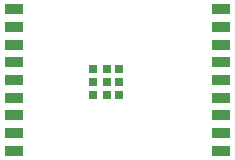
<source format=gbr>
%TF.GenerationSoftware,KiCad,Pcbnew,6.0.7+dfsg-1+b1*%
%TF.CreationDate,2022-11-22T11:59:15+08:00*%
%TF.ProjectId,bauble_pcb,62617562-6c65-45f7-9063-622e6b696361,rev?*%
%TF.SameCoordinates,Original*%
%TF.FileFunction,Paste,Bot*%
%TF.FilePolarity,Positive*%
%FSLAX46Y46*%
G04 Gerber Fmt 4.6, Leading zero omitted, Abs format (unit mm)*
G04 Created by KiCad (PCBNEW 6.0.7+dfsg-1+b1) date 2022-11-22 11:59:15*
%MOMM*%
%LPD*%
G01*
G04 APERTURE LIST*
%ADD10R,1.500000X0.900000*%
%ADD11R,0.700000X0.700000*%
G04 APERTURE END LIST*
D10*
%TO.C,U3*%
X155350000Y-103900000D03*
X155350000Y-102400000D03*
X155350000Y-100900000D03*
X155350000Y-99400000D03*
X155350000Y-97900000D03*
X155350000Y-96400000D03*
X155350000Y-94900000D03*
X155350000Y-93400000D03*
X155350000Y-91900000D03*
X137850000Y-103900000D03*
X137850000Y-102400000D03*
X137850000Y-100900000D03*
X137850000Y-99400000D03*
X137850000Y-97900000D03*
X137850000Y-96400000D03*
X137850000Y-94900000D03*
X137850000Y-93400000D03*
X137850000Y-91900000D03*
D11*
X145690000Y-98100000D03*
X145690000Y-97000000D03*
X144540000Y-97000000D03*
X144540000Y-98100000D03*
X144540000Y-99200000D03*
X145690000Y-99200000D03*
X146740000Y-99200000D03*
X146740000Y-98100000D03*
X146740000Y-97000000D03*
%TD*%
M02*

</source>
